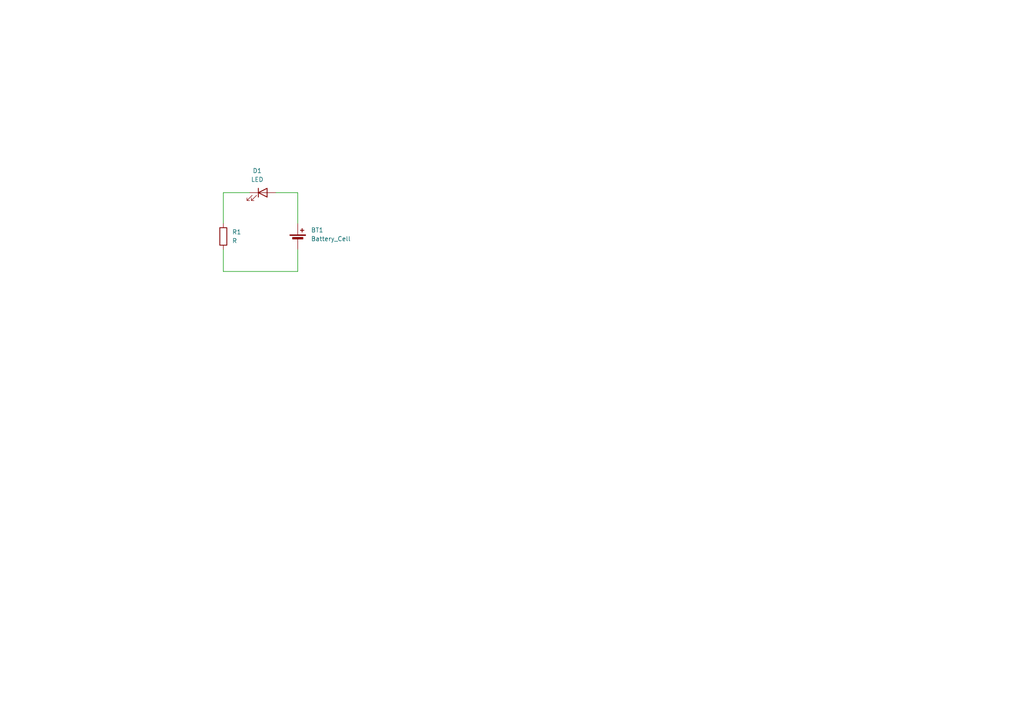
<source format=kicad_sch>
(kicad_sch (version 20230121) (generator eeschema)
  (paper "A4")
  (lib_symbols
    (symbol "Device:Battery_Cell" (pin_numbers hide) (pin_names (offset 0) hide)
      (property "Reference" "BT" (at 2.54 2.54 0))
      (property "Value" "Battery_Cell" (at 2.54 0 0))
      (symbol "Battery_Cell_0_1"
        (rectangle (start -2.286 1.778) (end 2.286 1.524) (fill (type outline)))
        (rectangle (start -1.524 1.016) (end 1.524 0.508) (fill (type outline)))
        (polyline (pts (xy 0 0.762) (xy 0 0)))
        (polyline (pts (xy 0 1.778) (xy 0 2.54)))
        (polyline (pts (xy 0.762 3.048) (xy 1.778 3.048)) (stroke (width 0.254)))
        (polyline (pts (xy 1.27 3.556) (xy 1.27 2.54)) (stroke (width 0.254)))
      )
      (symbol "Battery_Cell_1_1"
        (pin passive line (at 0 5.08 270) (length 2.54) (name "+") (number "1"))
        (pin passive line (at 0 -2.54 90) (length 2.54) (name "-") (number "2"))
      )
    )
    (symbol "Device:LED" (pin_numbers hide) (pin_names (offset 1.016) hide)
      (property "Reference" "D" (at 0 2.54 0))
      (property "Value" "LED" (at 0 -2.54 0))
      (symbol "LED_0_1"
        (polyline (pts (xy -1.27 -1.27) (xy -1.27 1.27)) (stroke (width 0.254)))
        (polyline (pts (xy -1.27 0) (xy 1.27 0)))
        (polyline (pts (xy 1.27 -1.27) (xy 1.27 1.27) (xy -1.27 0) (xy 1.27 -1.27)) (stroke (width 0.254)))
        (polyline (pts (xy -3.048 -0.762) (xy -4.572 -2.286) (xy -3.81 -2.286) (xy -4.572 -2.286) (xy -4.572 -1.524)))
        (polyline (pts (xy -1.778 -0.762) (xy -3.302 -2.286) (xy -2.54 -2.286) (xy -3.302 -2.286) (xy -3.302 -1.524)))
      )
      (symbol "LED_1_1"
        (pin passive line (at -3.81 0 0) (length 2.54) (name "K") (number "1"))
        (pin passive line (at 3.81 0 180) (length 2.54) (name "A") (number "2"))
      )
    )
    (symbol "Device:R" (pin_numbers hide) (pin_names (offset 0))
      (property "Reference" "R" (at 2.032 0 90))
      (property "Value" "R" (at 0 0 90))
      (symbol "R_0_1"
        (rectangle (start -1.016 -2.54) (end 1.016 2.54) (stroke (width 0.254)))
      )
      (symbol "R_1_1"
        (pin passive line (at 0 3.81 270) (length 1.27) (name "~") (number "1"))
        (pin passive line (at 0 -3.81 90) (length 1.27) (name "~") (number "2"))
      )
    )
  )
  (wire (pts (xy 64.77 72.39) (xy 64.77 78.74)))
  (wire (pts (xy 80.01 55.88) (xy 86.36 55.88)))
  (wire (pts (xy 72.39 55.88) (xy 64.77 55.88)))
  (wire (pts (xy 86.36 55.88) (xy 86.36 64.77)))
  (wire (pts (xy 86.36 78.74) (xy 86.36 72.39)))
  (wire (pts (xy 64.77 55.88) (xy 64.77 64.77)))
  (wire (pts (xy 64.77 78.74) (xy 86.36 78.74)))
  (symbol (lib_id "Device:Battery_Cell") (at 86.36 69.85 0) (unit 1)
    (property "Reference" "BT1" (at 90.17 66.7385 0) (effects (justify left)))
    (property "Value" "Battery_Cell" (at 90.17 69.2785 0) (effects (justify left)))
    (property "Footprint" "Connector_PinSocket_2.54mm:PinSocket_1x02_P2.54mm_Vertical" (effects hide))
  )
  (symbol (lib_id "Device:LED") (at 76.2 55.88 0) (unit 1)
    (property "Reference" "D1" (at 74.6125 49.53 0))
    (property "Value" "LED" (at 74.6125 52.07 0))
    (property "Footprint" "LED_THT:LED_D3.0mm" (effects hide))
  )
  (symbol (lib_id "Device:R") (at 64.77 68.58 0) (unit 1)
    (property "Reference" "R1" (at 67.31 67.31 0) (effects (justify left)))
    (property "Value" "R" (at 67.31 69.85 0) (effects (justify left)))
    (property "Footprint" "Resistor_THT:R_Axial_DIN0204_L3.6mm_D1.6mm_P7.62mm_Horizontal" (effects hide))
  )
)
</source>
